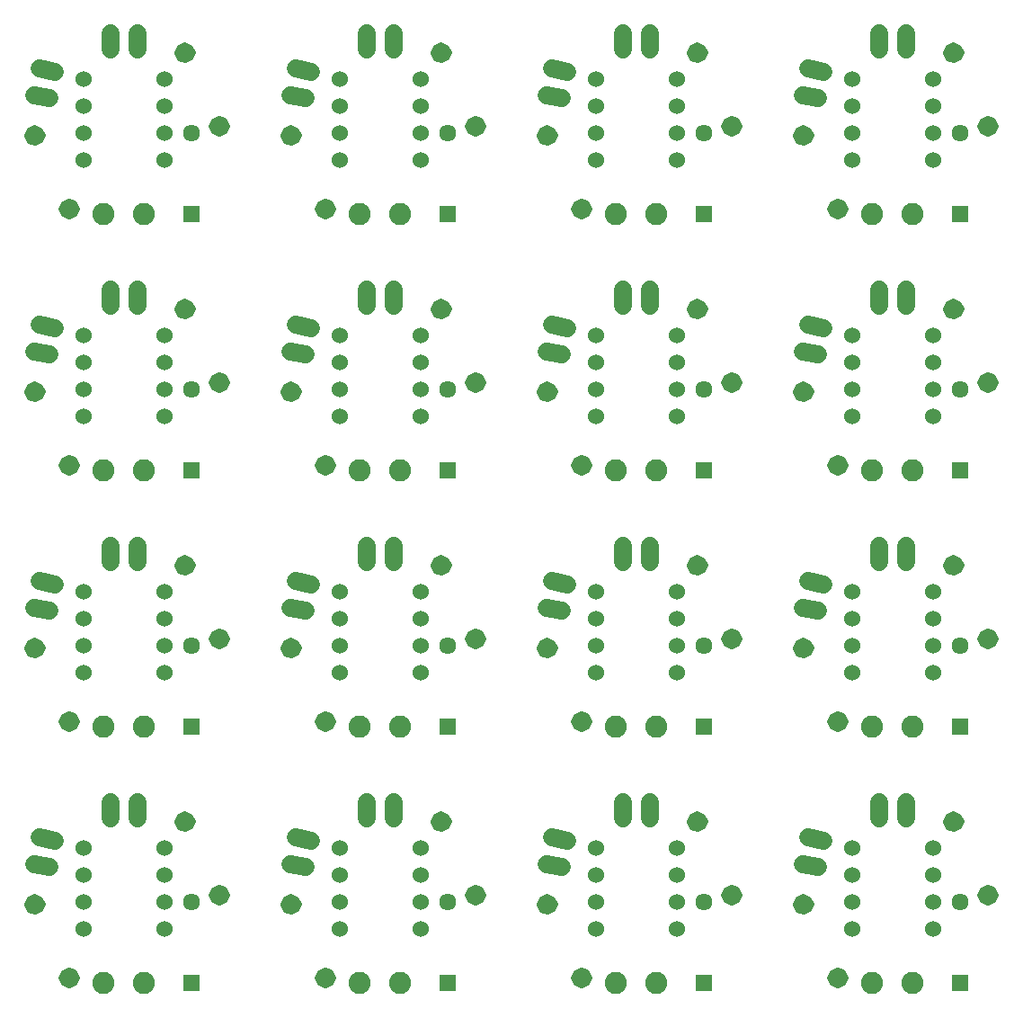
<source format=gts>
G75*
%MOIN*%
%OFA0B0*%
%FSLAX25Y25*%
%IPPOS*%
%LPD*%
%AMOC8*
5,1,8,0,0,1.08239X$1,22.5*
%
%ADD10C,0.06000*%
%ADD11C,0.01480*%
%ADD12C,0.08200*%
%ADD13C,0.06737*%
%ADD14C,0.06343*%
%ADD15R,0.06343X0.06343*%
D10*
X0029487Y0033798D03*
X0029487Y0043798D03*
X0029487Y0053798D03*
X0029487Y0063798D03*
X0059487Y0063798D03*
X0059487Y0053798D03*
X0059487Y0043798D03*
X0059487Y0033798D03*
X0124487Y0033798D03*
X0124487Y0043798D03*
X0124487Y0053798D03*
X0124487Y0063798D03*
X0154487Y0063798D03*
X0154487Y0053798D03*
X0154487Y0043798D03*
X0154487Y0033798D03*
X0219487Y0033798D03*
X0219487Y0043798D03*
X0219487Y0053798D03*
X0219487Y0063798D03*
X0249487Y0063798D03*
X0249487Y0053798D03*
X0249487Y0043798D03*
X0249487Y0033798D03*
X0314487Y0033798D03*
X0314487Y0043798D03*
X0314487Y0053798D03*
X0314487Y0063798D03*
X0344487Y0063798D03*
X0344487Y0053798D03*
X0344487Y0043798D03*
X0344487Y0033798D03*
X0344487Y0128798D03*
X0344487Y0138798D03*
X0344487Y0148798D03*
X0344487Y0158798D03*
X0314487Y0158798D03*
X0314487Y0148798D03*
X0314487Y0138798D03*
X0314487Y0128798D03*
X0249487Y0128798D03*
X0249487Y0138798D03*
X0249487Y0148798D03*
X0249487Y0158798D03*
X0219487Y0158798D03*
X0219487Y0148798D03*
X0219487Y0138798D03*
X0219487Y0128798D03*
X0154487Y0128798D03*
X0154487Y0138798D03*
X0154487Y0148798D03*
X0154487Y0158798D03*
X0124487Y0158798D03*
X0124487Y0148798D03*
X0124487Y0138798D03*
X0124487Y0128798D03*
X0059487Y0128798D03*
X0059487Y0138798D03*
X0059487Y0148798D03*
X0059487Y0158798D03*
X0029487Y0158798D03*
X0029487Y0148798D03*
X0029487Y0138798D03*
X0029487Y0128798D03*
X0029487Y0223798D03*
X0029487Y0233798D03*
X0029487Y0243798D03*
X0029487Y0253798D03*
X0059487Y0253798D03*
X0059487Y0243798D03*
X0059487Y0233798D03*
X0059487Y0223798D03*
X0124487Y0223798D03*
X0124487Y0233798D03*
X0124487Y0243798D03*
X0124487Y0253798D03*
X0154487Y0253798D03*
X0154487Y0243798D03*
X0154487Y0233798D03*
X0154487Y0223798D03*
X0219487Y0223798D03*
X0219487Y0233798D03*
X0219487Y0243798D03*
X0219487Y0253798D03*
X0249487Y0253798D03*
X0249487Y0243798D03*
X0249487Y0233798D03*
X0249487Y0223798D03*
X0314487Y0223798D03*
X0314487Y0233798D03*
X0314487Y0243798D03*
X0314487Y0253798D03*
X0344487Y0253798D03*
X0344487Y0243798D03*
X0344487Y0233798D03*
X0344487Y0223798D03*
X0344487Y0318798D03*
X0344487Y0328798D03*
X0344487Y0338798D03*
X0344487Y0348798D03*
X0314487Y0348798D03*
X0314487Y0338798D03*
X0314487Y0328798D03*
X0314487Y0318798D03*
X0249487Y0318798D03*
X0249487Y0328798D03*
X0249487Y0338798D03*
X0249487Y0348798D03*
X0219487Y0348798D03*
X0219487Y0338798D03*
X0219487Y0328798D03*
X0219487Y0318798D03*
X0154487Y0318798D03*
X0154487Y0328798D03*
X0154487Y0338798D03*
X0154487Y0348798D03*
X0124487Y0348798D03*
X0124487Y0338798D03*
X0124487Y0328798D03*
X0124487Y0318798D03*
X0059487Y0318798D03*
X0059487Y0328798D03*
X0059487Y0338798D03*
X0059487Y0348798D03*
X0029487Y0348798D03*
X0029487Y0338798D03*
X0029487Y0328798D03*
X0029487Y0318798D03*
D11*
X0024847Y0018093D02*
X0024107Y0018833D01*
X0026410Y0017995D01*
X0027446Y0015772D01*
X0026608Y0013469D01*
X0024385Y0012433D01*
X0022082Y0013271D01*
X0021046Y0015494D01*
X0021884Y0017797D01*
X0024107Y0018833D01*
X0024159Y0017633D01*
X0025598Y0017109D01*
X0026246Y0015720D01*
X0025722Y0014281D01*
X0024333Y0013633D01*
X0022894Y0014157D01*
X0022246Y0015546D01*
X0022770Y0016985D01*
X0024159Y0017633D01*
X0024211Y0016432D01*
X0024787Y0016223D01*
X0025045Y0015668D01*
X0024836Y0015092D01*
X0024281Y0014834D01*
X0023705Y0015043D01*
X0023447Y0015598D01*
X0023656Y0016174D01*
X0024211Y0016432D01*
X0012169Y0045282D02*
X0011429Y0046022D01*
X0013732Y0045184D01*
X0014768Y0042961D01*
X0013930Y0040658D01*
X0011707Y0039622D01*
X0009404Y0040460D01*
X0008368Y0042683D01*
X0009206Y0044986D01*
X0011429Y0046022D01*
X0011481Y0044822D01*
X0012920Y0044298D01*
X0013568Y0042909D01*
X0013044Y0041470D01*
X0011655Y0040822D01*
X0010216Y0041346D01*
X0009568Y0042735D01*
X0010092Y0044174D01*
X0011481Y0044822D01*
X0011533Y0043621D01*
X0012109Y0043412D01*
X0012367Y0042857D01*
X0012158Y0042281D01*
X0011603Y0042023D01*
X0011027Y0042232D01*
X0010769Y0042787D01*
X0010978Y0043363D01*
X0011533Y0043621D01*
X0067847Y0075903D02*
X0067107Y0076643D01*
X0069410Y0075805D01*
X0070446Y0073582D01*
X0069608Y0071279D01*
X0067385Y0070243D01*
X0065082Y0071081D01*
X0064046Y0073304D01*
X0064884Y0075607D01*
X0067107Y0076643D01*
X0067159Y0075443D01*
X0068598Y0074919D01*
X0069246Y0073530D01*
X0068722Y0072091D01*
X0067333Y0071443D01*
X0065894Y0071967D01*
X0065246Y0073356D01*
X0065770Y0074795D01*
X0067159Y0075443D01*
X0067211Y0074242D01*
X0067787Y0074033D01*
X0068045Y0073478D01*
X0067836Y0072902D01*
X0067281Y0072644D01*
X0066705Y0072853D01*
X0066447Y0073408D01*
X0066656Y0073984D01*
X0067211Y0074242D01*
X0080525Y0048714D02*
X0079785Y0049454D01*
X0082088Y0048616D01*
X0083124Y0046393D01*
X0082286Y0044090D01*
X0080063Y0043054D01*
X0077760Y0043892D01*
X0076724Y0046115D01*
X0077562Y0048418D01*
X0079785Y0049454D01*
X0079837Y0048254D01*
X0081276Y0047730D01*
X0081924Y0046341D01*
X0081400Y0044902D01*
X0080011Y0044254D01*
X0078572Y0044778D01*
X0077924Y0046167D01*
X0078448Y0047606D01*
X0079837Y0048254D01*
X0079889Y0047053D01*
X0080465Y0046844D01*
X0080723Y0046289D01*
X0080514Y0045713D01*
X0079959Y0045455D01*
X0079383Y0045664D01*
X0079125Y0046219D01*
X0079334Y0046795D01*
X0079889Y0047053D01*
X0107169Y0045282D02*
X0106429Y0046022D01*
X0108732Y0045184D01*
X0109768Y0042961D01*
X0108930Y0040658D01*
X0106707Y0039622D01*
X0104404Y0040460D01*
X0103368Y0042683D01*
X0104206Y0044986D01*
X0106429Y0046022D01*
X0106481Y0044822D01*
X0107920Y0044298D01*
X0108568Y0042909D01*
X0108044Y0041470D01*
X0106655Y0040822D01*
X0105216Y0041346D01*
X0104568Y0042735D01*
X0105092Y0044174D01*
X0106481Y0044822D01*
X0106533Y0043621D01*
X0107109Y0043412D01*
X0107367Y0042857D01*
X0107158Y0042281D01*
X0106603Y0042023D01*
X0106027Y0042232D01*
X0105769Y0042787D01*
X0105978Y0043363D01*
X0106533Y0043621D01*
X0119847Y0018093D02*
X0119107Y0018833D01*
X0121410Y0017995D01*
X0122446Y0015772D01*
X0121608Y0013469D01*
X0119385Y0012433D01*
X0117082Y0013271D01*
X0116046Y0015494D01*
X0116884Y0017797D01*
X0119107Y0018833D01*
X0119159Y0017633D01*
X0120598Y0017109D01*
X0121246Y0015720D01*
X0120722Y0014281D01*
X0119333Y0013633D01*
X0117894Y0014157D01*
X0117246Y0015546D01*
X0117770Y0016985D01*
X0119159Y0017633D01*
X0119211Y0016432D01*
X0119787Y0016223D01*
X0120045Y0015668D01*
X0119836Y0015092D01*
X0119281Y0014834D01*
X0118705Y0015043D01*
X0118447Y0015598D01*
X0118656Y0016174D01*
X0119211Y0016432D01*
X0175525Y0048714D02*
X0174785Y0049454D01*
X0177088Y0048616D01*
X0178124Y0046393D01*
X0177286Y0044090D01*
X0175063Y0043054D01*
X0172760Y0043892D01*
X0171724Y0046115D01*
X0172562Y0048418D01*
X0174785Y0049454D01*
X0174837Y0048254D01*
X0176276Y0047730D01*
X0176924Y0046341D01*
X0176400Y0044902D01*
X0175011Y0044254D01*
X0173572Y0044778D01*
X0172924Y0046167D01*
X0173448Y0047606D01*
X0174837Y0048254D01*
X0174889Y0047053D01*
X0175465Y0046844D01*
X0175723Y0046289D01*
X0175514Y0045713D01*
X0174959Y0045455D01*
X0174383Y0045664D01*
X0174125Y0046219D01*
X0174334Y0046795D01*
X0174889Y0047053D01*
X0202169Y0045282D02*
X0201429Y0046022D01*
X0203732Y0045184D01*
X0204768Y0042961D01*
X0203930Y0040658D01*
X0201707Y0039622D01*
X0199404Y0040460D01*
X0198368Y0042683D01*
X0199206Y0044986D01*
X0201429Y0046022D01*
X0201481Y0044822D01*
X0202920Y0044298D01*
X0203568Y0042909D01*
X0203044Y0041470D01*
X0201655Y0040822D01*
X0200216Y0041346D01*
X0199568Y0042735D01*
X0200092Y0044174D01*
X0201481Y0044822D01*
X0201533Y0043621D01*
X0202109Y0043412D01*
X0202367Y0042857D01*
X0202158Y0042281D01*
X0201603Y0042023D01*
X0201027Y0042232D01*
X0200769Y0042787D01*
X0200978Y0043363D01*
X0201533Y0043621D01*
X0214847Y0018093D02*
X0214107Y0018833D01*
X0216410Y0017995D01*
X0217446Y0015772D01*
X0216608Y0013469D01*
X0214385Y0012433D01*
X0212082Y0013271D01*
X0211046Y0015494D01*
X0211884Y0017797D01*
X0214107Y0018833D01*
X0214159Y0017633D01*
X0215598Y0017109D01*
X0216246Y0015720D01*
X0215722Y0014281D01*
X0214333Y0013633D01*
X0212894Y0014157D01*
X0212246Y0015546D01*
X0212770Y0016985D01*
X0214159Y0017633D01*
X0214211Y0016432D01*
X0214787Y0016223D01*
X0215045Y0015668D01*
X0214836Y0015092D01*
X0214281Y0014834D01*
X0213705Y0015043D01*
X0213447Y0015598D01*
X0213656Y0016174D01*
X0214211Y0016432D01*
X0270525Y0048714D02*
X0269785Y0049454D01*
X0272088Y0048616D01*
X0273124Y0046393D01*
X0272286Y0044090D01*
X0270063Y0043054D01*
X0267760Y0043892D01*
X0266724Y0046115D01*
X0267562Y0048418D01*
X0269785Y0049454D01*
X0269837Y0048254D01*
X0271276Y0047730D01*
X0271924Y0046341D01*
X0271400Y0044902D01*
X0270011Y0044254D01*
X0268572Y0044778D01*
X0267924Y0046167D01*
X0268448Y0047606D01*
X0269837Y0048254D01*
X0269889Y0047053D01*
X0270465Y0046844D01*
X0270723Y0046289D01*
X0270514Y0045713D01*
X0269959Y0045455D01*
X0269383Y0045664D01*
X0269125Y0046219D01*
X0269334Y0046795D01*
X0269889Y0047053D01*
X0297169Y0045282D02*
X0296429Y0046022D01*
X0298732Y0045184D01*
X0299768Y0042961D01*
X0298930Y0040658D01*
X0296707Y0039622D01*
X0294404Y0040460D01*
X0293368Y0042683D01*
X0294206Y0044986D01*
X0296429Y0046022D01*
X0296481Y0044822D01*
X0297920Y0044298D01*
X0298568Y0042909D01*
X0298044Y0041470D01*
X0296655Y0040822D01*
X0295216Y0041346D01*
X0294568Y0042735D01*
X0295092Y0044174D01*
X0296481Y0044822D01*
X0296533Y0043621D01*
X0297109Y0043412D01*
X0297367Y0042857D01*
X0297158Y0042281D01*
X0296603Y0042023D01*
X0296027Y0042232D01*
X0295769Y0042787D01*
X0295978Y0043363D01*
X0296533Y0043621D01*
X0309847Y0018093D02*
X0309107Y0018833D01*
X0311410Y0017995D01*
X0312446Y0015772D01*
X0311608Y0013469D01*
X0309385Y0012433D01*
X0307082Y0013271D01*
X0306046Y0015494D01*
X0306884Y0017797D01*
X0309107Y0018833D01*
X0309159Y0017633D01*
X0310598Y0017109D01*
X0311246Y0015720D01*
X0310722Y0014281D01*
X0309333Y0013633D01*
X0307894Y0014157D01*
X0307246Y0015546D01*
X0307770Y0016985D01*
X0309159Y0017633D01*
X0309211Y0016432D01*
X0309787Y0016223D01*
X0310045Y0015668D01*
X0309836Y0015092D01*
X0309281Y0014834D01*
X0308705Y0015043D01*
X0308447Y0015598D01*
X0308656Y0016174D01*
X0309211Y0016432D01*
X0365525Y0048714D02*
X0364785Y0049454D01*
X0367088Y0048616D01*
X0368124Y0046393D01*
X0367286Y0044090D01*
X0365063Y0043054D01*
X0362760Y0043892D01*
X0361724Y0046115D01*
X0362562Y0048418D01*
X0364785Y0049454D01*
X0364837Y0048254D01*
X0366276Y0047730D01*
X0366924Y0046341D01*
X0366400Y0044902D01*
X0365011Y0044254D01*
X0363572Y0044778D01*
X0362924Y0046167D01*
X0363448Y0047606D01*
X0364837Y0048254D01*
X0364889Y0047053D01*
X0365465Y0046844D01*
X0365723Y0046289D01*
X0365514Y0045713D01*
X0364959Y0045455D01*
X0364383Y0045664D01*
X0364125Y0046219D01*
X0364334Y0046795D01*
X0364889Y0047053D01*
X0352847Y0075903D02*
X0352107Y0076643D01*
X0354410Y0075805D01*
X0355446Y0073582D01*
X0354608Y0071279D01*
X0352385Y0070243D01*
X0350082Y0071081D01*
X0349046Y0073304D01*
X0349884Y0075607D01*
X0352107Y0076643D01*
X0352159Y0075443D01*
X0353598Y0074919D01*
X0354246Y0073530D01*
X0353722Y0072091D01*
X0352333Y0071443D01*
X0350894Y0071967D01*
X0350246Y0073356D01*
X0350770Y0074795D01*
X0352159Y0075443D01*
X0352211Y0074242D01*
X0352787Y0074033D01*
X0353045Y0073478D01*
X0352836Y0072902D01*
X0352281Y0072644D01*
X0351705Y0072853D01*
X0351447Y0073408D01*
X0351656Y0073984D01*
X0352211Y0074242D01*
X0309847Y0113093D02*
X0309107Y0113833D01*
X0311410Y0112995D01*
X0312446Y0110772D01*
X0311608Y0108469D01*
X0309385Y0107433D01*
X0307082Y0108271D01*
X0306046Y0110494D01*
X0306884Y0112797D01*
X0309107Y0113833D01*
X0309159Y0112633D01*
X0310598Y0112109D01*
X0311246Y0110720D01*
X0310722Y0109281D01*
X0309333Y0108633D01*
X0307894Y0109157D01*
X0307246Y0110546D01*
X0307770Y0111985D01*
X0309159Y0112633D01*
X0309211Y0111432D01*
X0309787Y0111223D01*
X0310045Y0110668D01*
X0309836Y0110092D01*
X0309281Y0109834D01*
X0308705Y0110043D01*
X0308447Y0110598D01*
X0308656Y0111174D01*
X0309211Y0111432D01*
X0297169Y0140282D02*
X0296429Y0141022D01*
X0298732Y0140184D01*
X0299768Y0137961D01*
X0298930Y0135658D01*
X0296707Y0134622D01*
X0294404Y0135460D01*
X0293368Y0137683D01*
X0294206Y0139986D01*
X0296429Y0141022D01*
X0296481Y0139822D01*
X0297920Y0139298D01*
X0298568Y0137909D01*
X0298044Y0136470D01*
X0296655Y0135822D01*
X0295216Y0136346D01*
X0294568Y0137735D01*
X0295092Y0139174D01*
X0296481Y0139822D01*
X0296533Y0138621D01*
X0297109Y0138412D01*
X0297367Y0137857D01*
X0297158Y0137281D01*
X0296603Y0137023D01*
X0296027Y0137232D01*
X0295769Y0137787D01*
X0295978Y0138363D01*
X0296533Y0138621D01*
X0270525Y0143714D02*
X0269785Y0144454D01*
X0272088Y0143616D01*
X0273124Y0141393D01*
X0272286Y0139090D01*
X0270063Y0138054D01*
X0267760Y0138892D01*
X0266724Y0141115D01*
X0267562Y0143418D01*
X0269785Y0144454D01*
X0269837Y0143254D01*
X0271276Y0142730D01*
X0271924Y0141341D01*
X0271400Y0139902D01*
X0270011Y0139254D01*
X0268572Y0139778D01*
X0267924Y0141167D01*
X0268448Y0142606D01*
X0269837Y0143254D01*
X0269889Y0142053D01*
X0270465Y0141844D01*
X0270723Y0141289D01*
X0270514Y0140713D01*
X0269959Y0140455D01*
X0269383Y0140664D01*
X0269125Y0141219D01*
X0269334Y0141795D01*
X0269889Y0142053D01*
X0257847Y0170903D02*
X0257107Y0171643D01*
X0259410Y0170805D01*
X0260446Y0168582D01*
X0259608Y0166279D01*
X0257385Y0165243D01*
X0255082Y0166081D01*
X0254046Y0168304D01*
X0254884Y0170607D01*
X0257107Y0171643D01*
X0257159Y0170443D01*
X0258598Y0169919D01*
X0259246Y0168530D01*
X0258722Y0167091D01*
X0257333Y0166443D01*
X0255894Y0166967D01*
X0255246Y0168356D01*
X0255770Y0169795D01*
X0257159Y0170443D01*
X0257211Y0169242D01*
X0257787Y0169033D01*
X0258045Y0168478D01*
X0257836Y0167902D01*
X0257281Y0167644D01*
X0256705Y0167853D01*
X0256447Y0168408D01*
X0256656Y0168984D01*
X0257211Y0169242D01*
X0214847Y0208093D02*
X0214107Y0208833D01*
X0216410Y0207995D01*
X0217446Y0205772D01*
X0216608Y0203469D01*
X0214385Y0202433D01*
X0212082Y0203271D01*
X0211046Y0205494D01*
X0211884Y0207797D01*
X0214107Y0208833D01*
X0214159Y0207633D01*
X0215598Y0207109D01*
X0216246Y0205720D01*
X0215722Y0204281D01*
X0214333Y0203633D01*
X0212894Y0204157D01*
X0212246Y0205546D01*
X0212770Y0206985D01*
X0214159Y0207633D01*
X0214211Y0206432D01*
X0214787Y0206223D01*
X0215045Y0205668D01*
X0214836Y0205092D01*
X0214281Y0204834D01*
X0213705Y0205043D01*
X0213447Y0205598D01*
X0213656Y0206174D01*
X0214211Y0206432D01*
X0202169Y0235282D02*
X0201429Y0236022D01*
X0203732Y0235184D01*
X0204768Y0232961D01*
X0203930Y0230658D01*
X0201707Y0229622D01*
X0199404Y0230460D01*
X0198368Y0232683D01*
X0199206Y0234986D01*
X0201429Y0236022D01*
X0201481Y0234822D01*
X0202920Y0234298D01*
X0203568Y0232909D01*
X0203044Y0231470D01*
X0201655Y0230822D01*
X0200216Y0231346D01*
X0199568Y0232735D01*
X0200092Y0234174D01*
X0201481Y0234822D01*
X0201533Y0233621D01*
X0202109Y0233412D01*
X0202367Y0232857D01*
X0202158Y0232281D01*
X0201603Y0232023D01*
X0201027Y0232232D01*
X0200769Y0232787D01*
X0200978Y0233363D01*
X0201533Y0233621D01*
X0175525Y0238714D02*
X0174785Y0239454D01*
X0177088Y0238616D01*
X0178124Y0236393D01*
X0177286Y0234090D01*
X0175063Y0233054D01*
X0172760Y0233892D01*
X0171724Y0236115D01*
X0172562Y0238418D01*
X0174785Y0239454D01*
X0174837Y0238254D01*
X0176276Y0237730D01*
X0176924Y0236341D01*
X0176400Y0234902D01*
X0175011Y0234254D01*
X0173572Y0234778D01*
X0172924Y0236167D01*
X0173448Y0237606D01*
X0174837Y0238254D01*
X0174889Y0237053D01*
X0175465Y0236844D01*
X0175723Y0236289D01*
X0175514Y0235713D01*
X0174959Y0235455D01*
X0174383Y0235664D01*
X0174125Y0236219D01*
X0174334Y0236795D01*
X0174889Y0237053D01*
X0162847Y0265903D02*
X0162107Y0266643D01*
X0164410Y0265805D01*
X0165446Y0263582D01*
X0164608Y0261279D01*
X0162385Y0260243D01*
X0160082Y0261081D01*
X0159046Y0263304D01*
X0159884Y0265607D01*
X0162107Y0266643D01*
X0162159Y0265443D01*
X0163598Y0264919D01*
X0164246Y0263530D01*
X0163722Y0262091D01*
X0162333Y0261443D01*
X0160894Y0261967D01*
X0160246Y0263356D01*
X0160770Y0264795D01*
X0162159Y0265443D01*
X0162211Y0264242D01*
X0162787Y0264033D01*
X0163045Y0263478D01*
X0162836Y0262902D01*
X0162281Y0262644D01*
X0161705Y0262853D01*
X0161447Y0263408D01*
X0161656Y0263984D01*
X0162211Y0264242D01*
X0119847Y0303093D02*
X0119107Y0303833D01*
X0121410Y0302995D01*
X0122446Y0300772D01*
X0121608Y0298469D01*
X0119385Y0297433D01*
X0117082Y0298271D01*
X0116046Y0300494D01*
X0116884Y0302797D01*
X0119107Y0303833D01*
X0119159Y0302633D01*
X0120598Y0302109D01*
X0121246Y0300720D01*
X0120722Y0299281D01*
X0119333Y0298633D01*
X0117894Y0299157D01*
X0117246Y0300546D01*
X0117770Y0301985D01*
X0119159Y0302633D01*
X0119211Y0301432D01*
X0119787Y0301223D01*
X0120045Y0300668D01*
X0119836Y0300092D01*
X0119281Y0299834D01*
X0118705Y0300043D01*
X0118447Y0300598D01*
X0118656Y0301174D01*
X0119211Y0301432D01*
X0107169Y0330282D02*
X0106429Y0331022D01*
X0108732Y0330184D01*
X0109768Y0327961D01*
X0108930Y0325658D01*
X0106707Y0324622D01*
X0104404Y0325460D01*
X0103368Y0327683D01*
X0104206Y0329986D01*
X0106429Y0331022D01*
X0106481Y0329822D01*
X0107920Y0329298D01*
X0108568Y0327909D01*
X0108044Y0326470D01*
X0106655Y0325822D01*
X0105216Y0326346D01*
X0104568Y0327735D01*
X0105092Y0329174D01*
X0106481Y0329822D01*
X0106533Y0328621D01*
X0107109Y0328412D01*
X0107367Y0327857D01*
X0107158Y0327281D01*
X0106603Y0327023D01*
X0106027Y0327232D01*
X0105769Y0327787D01*
X0105978Y0328363D01*
X0106533Y0328621D01*
X0080525Y0333714D02*
X0079785Y0334454D01*
X0082088Y0333616D01*
X0083124Y0331393D01*
X0082286Y0329090D01*
X0080063Y0328054D01*
X0077760Y0328892D01*
X0076724Y0331115D01*
X0077562Y0333418D01*
X0079785Y0334454D01*
X0079837Y0333254D01*
X0081276Y0332730D01*
X0081924Y0331341D01*
X0081400Y0329902D01*
X0080011Y0329254D01*
X0078572Y0329778D01*
X0077924Y0331167D01*
X0078448Y0332606D01*
X0079837Y0333254D01*
X0079889Y0332053D01*
X0080465Y0331844D01*
X0080723Y0331289D01*
X0080514Y0330713D01*
X0079959Y0330455D01*
X0079383Y0330664D01*
X0079125Y0331219D01*
X0079334Y0331795D01*
X0079889Y0332053D01*
X0067847Y0360903D02*
X0067107Y0361643D01*
X0069410Y0360805D01*
X0070446Y0358582D01*
X0069608Y0356279D01*
X0067385Y0355243D01*
X0065082Y0356081D01*
X0064046Y0358304D01*
X0064884Y0360607D01*
X0067107Y0361643D01*
X0067159Y0360443D01*
X0068598Y0359919D01*
X0069246Y0358530D01*
X0068722Y0357091D01*
X0067333Y0356443D01*
X0065894Y0356967D01*
X0065246Y0358356D01*
X0065770Y0359795D01*
X0067159Y0360443D01*
X0067211Y0359242D01*
X0067787Y0359033D01*
X0068045Y0358478D01*
X0067836Y0357902D01*
X0067281Y0357644D01*
X0066705Y0357853D01*
X0066447Y0358408D01*
X0066656Y0358984D01*
X0067211Y0359242D01*
X0012169Y0330282D02*
X0011429Y0331022D01*
X0013732Y0330184D01*
X0014768Y0327961D01*
X0013930Y0325658D01*
X0011707Y0324622D01*
X0009404Y0325460D01*
X0008368Y0327683D01*
X0009206Y0329986D01*
X0011429Y0331022D01*
X0011481Y0329822D01*
X0012920Y0329298D01*
X0013568Y0327909D01*
X0013044Y0326470D01*
X0011655Y0325822D01*
X0010216Y0326346D01*
X0009568Y0327735D01*
X0010092Y0329174D01*
X0011481Y0329822D01*
X0011533Y0328621D01*
X0012109Y0328412D01*
X0012367Y0327857D01*
X0012158Y0327281D01*
X0011603Y0327023D01*
X0011027Y0327232D01*
X0010769Y0327787D01*
X0010978Y0328363D01*
X0011533Y0328621D01*
X0024847Y0303093D02*
X0024107Y0303833D01*
X0026410Y0302995D01*
X0027446Y0300772D01*
X0026608Y0298469D01*
X0024385Y0297433D01*
X0022082Y0298271D01*
X0021046Y0300494D01*
X0021884Y0302797D01*
X0024107Y0303833D01*
X0024159Y0302633D01*
X0025598Y0302109D01*
X0026246Y0300720D01*
X0025722Y0299281D01*
X0024333Y0298633D01*
X0022894Y0299157D01*
X0022246Y0300546D01*
X0022770Y0301985D01*
X0024159Y0302633D01*
X0024211Y0301432D01*
X0024787Y0301223D01*
X0025045Y0300668D01*
X0024836Y0300092D01*
X0024281Y0299834D01*
X0023705Y0300043D01*
X0023447Y0300598D01*
X0023656Y0301174D01*
X0024211Y0301432D01*
X0067847Y0265903D02*
X0067107Y0266643D01*
X0069410Y0265805D01*
X0070446Y0263582D01*
X0069608Y0261279D01*
X0067385Y0260243D01*
X0065082Y0261081D01*
X0064046Y0263304D01*
X0064884Y0265607D01*
X0067107Y0266643D01*
X0067159Y0265443D01*
X0068598Y0264919D01*
X0069246Y0263530D01*
X0068722Y0262091D01*
X0067333Y0261443D01*
X0065894Y0261967D01*
X0065246Y0263356D01*
X0065770Y0264795D01*
X0067159Y0265443D01*
X0067211Y0264242D01*
X0067787Y0264033D01*
X0068045Y0263478D01*
X0067836Y0262902D01*
X0067281Y0262644D01*
X0066705Y0262853D01*
X0066447Y0263408D01*
X0066656Y0263984D01*
X0067211Y0264242D01*
X0080525Y0238714D02*
X0079785Y0239454D01*
X0082088Y0238616D01*
X0083124Y0236393D01*
X0082286Y0234090D01*
X0080063Y0233054D01*
X0077760Y0233892D01*
X0076724Y0236115D01*
X0077562Y0238418D01*
X0079785Y0239454D01*
X0079837Y0238254D01*
X0081276Y0237730D01*
X0081924Y0236341D01*
X0081400Y0234902D01*
X0080011Y0234254D01*
X0078572Y0234778D01*
X0077924Y0236167D01*
X0078448Y0237606D01*
X0079837Y0238254D01*
X0079889Y0237053D01*
X0080465Y0236844D01*
X0080723Y0236289D01*
X0080514Y0235713D01*
X0079959Y0235455D01*
X0079383Y0235664D01*
X0079125Y0236219D01*
X0079334Y0236795D01*
X0079889Y0237053D01*
X0107169Y0235282D02*
X0106429Y0236022D01*
X0108732Y0235184D01*
X0109768Y0232961D01*
X0108930Y0230658D01*
X0106707Y0229622D01*
X0104404Y0230460D01*
X0103368Y0232683D01*
X0104206Y0234986D01*
X0106429Y0236022D01*
X0106481Y0234822D01*
X0107920Y0234298D01*
X0108568Y0232909D01*
X0108044Y0231470D01*
X0106655Y0230822D01*
X0105216Y0231346D01*
X0104568Y0232735D01*
X0105092Y0234174D01*
X0106481Y0234822D01*
X0106533Y0233621D01*
X0107109Y0233412D01*
X0107367Y0232857D01*
X0107158Y0232281D01*
X0106603Y0232023D01*
X0106027Y0232232D01*
X0105769Y0232787D01*
X0105978Y0233363D01*
X0106533Y0233621D01*
X0119847Y0208093D02*
X0119107Y0208833D01*
X0121410Y0207995D01*
X0122446Y0205772D01*
X0121608Y0203469D01*
X0119385Y0202433D01*
X0117082Y0203271D01*
X0116046Y0205494D01*
X0116884Y0207797D01*
X0119107Y0208833D01*
X0119159Y0207633D01*
X0120598Y0207109D01*
X0121246Y0205720D01*
X0120722Y0204281D01*
X0119333Y0203633D01*
X0117894Y0204157D01*
X0117246Y0205546D01*
X0117770Y0206985D01*
X0119159Y0207633D01*
X0119211Y0206432D01*
X0119787Y0206223D01*
X0120045Y0205668D01*
X0119836Y0205092D01*
X0119281Y0204834D01*
X0118705Y0205043D01*
X0118447Y0205598D01*
X0118656Y0206174D01*
X0119211Y0206432D01*
X0162847Y0170903D02*
X0162107Y0171643D01*
X0164410Y0170805D01*
X0165446Y0168582D01*
X0164608Y0166279D01*
X0162385Y0165243D01*
X0160082Y0166081D01*
X0159046Y0168304D01*
X0159884Y0170607D01*
X0162107Y0171643D01*
X0162159Y0170443D01*
X0163598Y0169919D01*
X0164246Y0168530D01*
X0163722Y0167091D01*
X0162333Y0166443D01*
X0160894Y0166967D01*
X0160246Y0168356D01*
X0160770Y0169795D01*
X0162159Y0170443D01*
X0162211Y0169242D01*
X0162787Y0169033D01*
X0163045Y0168478D01*
X0162836Y0167902D01*
X0162281Y0167644D01*
X0161705Y0167853D01*
X0161447Y0168408D01*
X0161656Y0168984D01*
X0162211Y0169242D01*
X0175525Y0143714D02*
X0174785Y0144454D01*
X0177088Y0143616D01*
X0178124Y0141393D01*
X0177286Y0139090D01*
X0175063Y0138054D01*
X0172760Y0138892D01*
X0171724Y0141115D01*
X0172562Y0143418D01*
X0174785Y0144454D01*
X0174837Y0143254D01*
X0176276Y0142730D01*
X0176924Y0141341D01*
X0176400Y0139902D01*
X0175011Y0139254D01*
X0173572Y0139778D01*
X0172924Y0141167D01*
X0173448Y0142606D01*
X0174837Y0143254D01*
X0174889Y0142053D01*
X0175465Y0141844D01*
X0175723Y0141289D01*
X0175514Y0140713D01*
X0174959Y0140455D01*
X0174383Y0140664D01*
X0174125Y0141219D01*
X0174334Y0141795D01*
X0174889Y0142053D01*
X0202169Y0140282D02*
X0201429Y0141022D01*
X0203732Y0140184D01*
X0204768Y0137961D01*
X0203930Y0135658D01*
X0201707Y0134622D01*
X0199404Y0135460D01*
X0198368Y0137683D01*
X0199206Y0139986D01*
X0201429Y0141022D01*
X0201481Y0139822D01*
X0202920Y0139298D01*
X0203568Y0137909D01*
X0203044Y0136470D01*
X0201655Y0135822D01*
X0200216Y0136346D01*
X0199568Y0137735D01*
X0200092Y0139174D01*
X0201481Y0139822D01*
X0201533Y0138621D01*
X0202109Y0138412D01*
X0202367Y0137857D01*
X0202158Y0137281D01*
X0201603Y0137023D01*
X0201027Y0137232D01*
X0200769Y0137787D01*
X0200978Y0138363D01*
X0201533Y0138621D01*
X0214847Y0113093D02*
X0214107Y0113833D01*
X0216410Y0112995D01*
X0217446Y0110772D01*
X0216608Y0108469D01*
X0214385Y0107433D01*
X0212082Y0108271D01*
X0211046Y0110494D01*
X0211884Y0112797D01*
X0214107Y0113833D01*
X0214159Y0112633D01*
X0215598Y0112109D01*
X0216246Y0110720D01*
X0215722Y0109281D01*
X0214333Y0108633D01*
X0212894Y0109157D01*
X0212246Y0110546D01*
X0212770Y0111985D01*
X0214159Y0112633D01*
X0214211Y0111432D01*
X0214787Y0111223D01*
X0215045Y0110668D01*
X0214836Y0110092D01*
X0214281Y0109834D01*
X0213705Y0110043D01*
X0213447Y0110598D01*
X0213656Y0111174D01*
X0214211Y0111432D01*
X0257847Y0075903D02*
X0257107Y0076643D01*
X0259410Y0075805D01*
X0260446Y0073582D01*
X0259608Y0071279D01*
X0257385Y0070243D01*
X0255082Y0071081D01*
X0254046Y0073304D01*
X0254884Y0075607D01*
X0257107Y0076643D01*
X0257159Y0075443D01*
X0258598Y0074919D01*
X0259246Y0073530D01*
X0258722Y0072091D01*
X0257333Y0071443D01*
X0255894Y0071967D01*
X0255246Y0073356D01*
X0255770Y0074795D01*
X0257159Y0075443D01*
X0257211Y0074242D01*
X0257787Y0074033D01*
X0258045Y0073478D01*
X0257836Y0072902D01*
X0257281Y0072644D01*
X0256705Y0072853D01*
X0256447Y0073408D01*
X0256656Y0073984D01*
X0257211Y0074242D01*
X0162847Y0075903D02*
X0162107Y0076643D01*
X0164410Y0075805D01*
X0165446Y0073582D01*
X0164608Y0071279D01*
X0162385Y0070243D01*
X0160082Y0071081D01*
X0159046Y0073304D01*
X0159884Y0075607D01*
X0162107Y0076643D01*
X0162159Y0075443D01*
X0163598Y0074919D01*
X0164246Y0073530D01*
X0163722Y0072091D01*
X0162333Y0071443D01*
X0160894Y0071967D01*
X0160246Y0073356D01*
X0160770Y0074795D01*
X0162159Y0075443D01*
X0162211Y0074242D01*
X0162787Y0074033D01*
X0163045Y0073478D01*
X0162836Y0072902D01*
X0162281Y0072644D01*
X0161705Y0072853D01*
X0161447Y0073408D01*
X0161656Y0073984D01*
X0162211Y0074242D01*
X0119847Y0113093D02*
X0119107Y0113833D01*
X0121410Y0112995D01*
X0122446Y0110772D01*
X0121608Y0108469D01*
X0119385Y0107433D01*
X0117082Y0108271D01*
X0116046Y0110494D01*
X0116884Y0112797D01*
X0119107Y0113833D01*
X0119159Y0112633D01*
X0120598Y0112109D01*
X0121246Y0110720D01*
X0120722Y0109281D01*
X0119333Y0108633D01*
X0117894Y0109157D01*
X0117246Y0110546D01*
X0117770Y0111985D01*
X0119159Y0112633D01*
X0119211Y0111432D01*
X0119787Y0111223D01*
X0120045Y0110668D01*
X0119836Y0110092D01*
X0119281Y0109834D01*
X0118705Y0110043D01*
X0118447Y0110598D01*
X0118656Y0111174D01*
X0119211Y0111432D01*
X0107169Y0140282D02*
X0106429Y0141022D01*
X0108732Y0140184D01*
X0109768Y0137961D01*
X0108930Y0135658D01*
X0106707Y0134622D01*
X0104404Y0135460D01*
X0103368Y0137683D01*
X0104206Y0139986D01*
X0106429Y0141022D01*
X0106481Y0139822D01*
X0107920Y0139298D01*
X0108568Y0137909D01*
X0108044Y0136470D01*
X0106655Y0135822D01*
X0105216Y0136346D01*
X0104568Y0137735D01*
X0105092Y0139174D01*
X0106481Y0139822D01*
X0106533Y0138621D01*
X0107109Y0138412D01*
X0107367Y0137857D01*
X0107158Y0137281D01*
X0106603Y0137023D01*
X0106027Y0137232D01*
X0105769Y0137787D01*
X0105978Y0138363D01*
X0106533Y0138621D01*
X0080525Y0143714D02*
X0079785Y0144454D01*
X0082088Y0143616D01*
X0083124Y0141393D01*
X0082286Y0139090D01*
X0080063Y0138054D01*
X0077760Y0138892D01*
X0076724Y0141115D01*
X0077562Y0143418D01*
X0079785Y0144454D01*
X0079837Y0143254D01*
X0081276Y0142730D01*
X0081924Y0141341D01*
X0081400Y0139902D01*
X0080011Y0139254D01*
X0078572Y0139778D01*
X0077924Y0141167D01*
X0078448Y0142606D01*
X0079837Y0143254D01*
X0079889Y0142053D01*
X0080465Y0141844D01*
X0080723Y0141289D01*
X0080514Y0140713D01*
X0079959Y0140455D01*
X0079383Y0140664D01*
X0079125Y0141219D01*
X0079334Y0141795D01*
X0079889Y0142053D01*
X0067847Y0170903D02*
X0067107Y0171643D01*
X0069410Y0170805D01*
X0070446Y0168582D01*
X0069608Y0166279D01*
X0067385Y0165243D01*
X0065082Y0166081D01*
X0064046Y0168304D01*
X0064884Y0170607D01*
X0067107Y0171643D01*
X0067159Y0170443D01*
X0068598Y0169919D01*
X0069246Y0168530D01*
X0068722Y0167091D01*
X0067333Y0166443D01*
X0065894Y0166967D01*
X0065246Y0168356D01*
X0065770Y0169795D01*
X0067159Y0170443D01*
X0067211Y0169242D01*
X0067787Y0169033D01*
X0068045Y0168478D01*
X0067836Y0167902D01*
X0067281Y0167644D01*
X0066705Y0167853D01*
X0066447Y0168408D01*
X0066656Y0168984D01*
X0067211Y0169242D01*
X0024847Y0208093D02*
X0024107Y0208833D01*
X0026410Y0207995D01*
X0027446Y0205772D01*
X0026608Y0203469D01*
X0024385Y0202433D01*
X0022082Y0203271D01*
X0021046Y0205494D01*
X0021884Y0207797D01*
X0024107Y0208833D01*
X0024159Y0207633D01*
X0025598Y0207109D01*
X0026246Y0205720D01*
X0025722Y0204281D01*
X0024333Y0203633D01*
X0022894Y0204157D01*
X0022246Y0205546D01*
X0022770Y0206985D01*
X0024159Y0207633D01*
X0024211Y0206432D01*
X0024787Y0206223D01*
X0025045Y0205668D01*
X0024836Y0205092D01*
X0024281Y0204834D01*
X0023705Y0205043D01*
X0023447Y0205598D01*
X0023656Y0206174D01*
X0024211Y0206432D01*
X0012169Y0235282D02*
X0011429Y0236022D01*
X0013732Y0235184D01*
X0014768Y0232961D01*
X0013930Y0230658D01*
X0011707Y0229622D01*
X0009404Y0230460D01*
X0008368Y0232683D01*
X0009206Y0234986D01*
X0011429Y0236022D01*
X0011481Y0234822D01*
X0012920Y0234298D01*
X0013568Y0232909D01*
X0013044Y0231470D01*
X0011655Y0230822D01*
X0010216Y0231346D01*
X0009568Y0232735D01*
X0010092Y0234174D01*
X0011481Y0234822D01*
X0011533Y0233621D01*
X0012109Y0233412D01*
X0012367Y0232857D01*
X0012158Y0232281D01*
X0011603Y0232023D01*
X0011027Y0232232D01*
X0010769Y0232787D01*
X0010978Y0233363D01*
X0011533Y0233621D01*
X0012169Y0140282D02*
X0011429Y0141022D01*
X0013732Y0140184D01*
X0014768Y0137961D01*
X0013930Y0135658D01*
X0011707Y0134622D01*
X0009404Y0135460D01*
X0008368Y0137683D01*
X0009206Y0139986D01*
X0011429Y0141022D01*
X0011481Y0139822D01*
X0012920Y0139298D01*
X0013568Y0137909D01*
X0013044Y0136470D01*
X0011655Y0135822D01*
X0010216Y0136346D01*
X0009568Y0137735D01*
X0010092Y0139174D01*
X0011481Y0139822D01*
X0011533Y0138621D01*
X0012109Y0138412D01*
X0012367Y0137857D01*
X0012158Y0137281D01*
X0011603Y0137023D01*
X0011027Y0137232D01*
X0010769Y0137787D01*
X0010978Y0138363D01*
X0011533Y0138621D01*
X0024847Y0113093D02*
X0024107Y0113833D01*
X0026410Y0112995D01*
X0027446Y0110772D01*
X0026608Y0108469D01*
X0024385Y0107433D01*
X0022082Y0108271D01*
X0021046Y0110494D01*
X0021884Y0112797D01*
X0024107Y0113833D01*
X0024159Y0112633D01*
X0025598Y0112109D01*
X0026246Y0110720D01*
X0025722Y0109281D01*
X0024333Y0108633D01*
X0022894Y0109157D01*
X0022246Y0110546D01*
X0022770Y0111985D01*
X0024159Y0112633D01*
X0024211Y0111432D01*
X0024787Y0111223D01*
X0025045Y0110668D01*
X0024836Y0110092D01*
X0024281Y0109834D01*
X0023705Y0110043D01*
X0023447Y0110598D01*
X0023656Y0111174D01*
X0024211Y0111432D01*
X0214847Y0303093D02*
X0214107Y0303833D01*
X0216410Y0302995D01*
X0217446Y0300772D01*
X0216608Y0298469D01*
X0214385Y0297433D01*
X0212082Y0298271D01*
X0211046Y0300494D01*
X0211884Y0302797D01*
X0214107Y0303833D01*
X0214159Y0302633D01*
X0215598Y0302109D01*
X0216246Y0300720D01*
X0215722Y0299281D01*
X0214333Y0298633D01*
X0212894Y0299157D01*
X0212246Y0300546D01*
X0212770Y0301985D01*
X0214159Y0302633D01*
X0214211Y0301432D01*
X0214787Y0301223D01*
X0215045Y0300668D01*
X0214836Y0300092D01*
X0214281Y0299834D01*
X0213705Y0300043D01*
X0213447Y0300598D01*
X0213656Y0301174D01*
X0214211Y0301432D01*
X0202169Y0330282D02*
X0201429Y0331022D01*
X0203732Y0330184D01*
X0204768Y0327961D01*
X0203930Y0325658D01*
X0201707Y0324622D01*
X0199404Y0325460D01*
X0198368Y0327683D01*
X0199206Y0329986D01*
X0201429Y0331022D01*
X0201481Y0329822D01*
X0202920Y0329298D01*
X0203568Y0327909D01*
X0203044Y0326470D01*
X0201655Y0325822D01*
X0200216Y0326346D01*
X0199568Y0327735D01*
X0200092Y0329174D01*
X0201481Y0329822D01*
X0201533Y0328621D01*
X0202109Y0328412D01*
X0202367Y0327857D01*
X0202158Y0327281D01*
X0201603Y0327023D01*
X0201027Y0327232D01*
X0200769Y0327787D01*
X0200978Y0328363D01*
X0201533Y0328621D01*
X0175525Y0333714D02*
X0174785Y0334454D01*
X0177088Y0333616D01*
X0178124Y0331393D01*
X0177286Y0329090D01*
X0175063Y0328054D01*
X0172760Y0328892D01*
X0171724Y0331115D01*
X0172562Y0333418D01*
X0174785Y0334454D01*
X0174837Y0333254D01*
X0176276Y0332730D01*
X0176924Y0331341D01*
X0176400Y0329902D01*
X0175011Y0329254D01*
X0173572Y0329778D01*
X0172924Y0331167D01*
X0173448Y0332606D01*
X0174837Y0333254D01*
X0174889Y0332053D01*
X0175465Y0331844D01*
X0175723Y0331289D01*
X0175514Y0330713D01*
X0174959Y0330455D01*
X0174383Y0330664D01*
X0174125Y0331219D01*
X0174334Y0331795D01*
X0174889Y0332053D01*
X0162847Y0360903D02*
X0162107Y0361643D01*
X0164410Y0360805D01*
X0165446Y0358582D01*
X0164608Y0356279D01*
X0162385Y0355243D01*
X0160082Y0356081D01*
X0159046Y0358304D01*
X0159884Y0360607D01*
X0162107Y0361643D01*
X0162159Y0360443D01*
X0163598Y0359919D01*
X0164246Y0358530D01*
X0163722Y0357091D01*
X0162333Y0356443D01*
X0160894Y0356967D01*
X0160246Y0358356D01*
X0160770Y0359795D01*
X0162159Y0360443D01*
X0162211Y0359242D01*
X0162787Y0359033D01*
X0163045Y0358478D01*
X0162836Y0357902D01*
X0162281Y0357644D01*
X0161705Y0357853D01*
X0161447Y0358408D01*
X0161656Y0358984D01*
X0162211Y0359242D01*
X0257847Y0360903D02*
X0257107Y0361643D01*
X0259410Y0360805D01*
X0260446Y0358582D01*
X0259608Y0356279D01*
X0257385Y0355243D01*
X0255082Y0356081D01*
X0254046Y0358304D01*
X0254884Y0360607D01*
X0257107Y0361643D01*
X0257159Y0360443D01*
X0258598Y0359919D01*
X0259246Y0358530D01*
X0258722Y0357091D01*
X0257333Y0356443D01*
X0255894Y0356967D01*
X0255246Y0358356D01*
X0255770Y0359795D01*
X0257159Y0360443D01*
X0257211Y0359242D01*
X0257787Y0359033D01*
X0258045Y0358478D01*
X0257836Y0357902D01*
X0257281Y0357644D01*
X0256705Y0357853D01*
X0256447Y0358408D01*
X0256656Y0358984D01*
X0257211Y0359242D01*
X0270525Y0333714D02*
X0269785Y0334454D01*
X0272088Y0333616D01*
X0273124Y0331393D01*
X0272286Y0329090D01*
X0270063Y0328054D01*
X0267760Y0328892D01*
X0266724Y0331115D01*
X0267562Y0333418D01*
X0269785Y0334454D01*
X0269837Y0333254D01*
X0271276Y0332730D01*
X0271924Y0331341D01*
X0271400Y0329902D01*
X0270011Y0329254D01*
X0268572Y0329778D01*
X0267924Y0331167D01*
X0268448Y0332606D01*
X0269837Y0333254D01*
X0269889Y0332053D01*
X0270465Y0331844D01*
X0270723Y0331289D01*
X0270514Y0330713D01*
X0269959Y0330455D01*
X0269383Y0330664D01*
X0269125Y0331219D01*
X0269334Y0331795D01*
X0269889Y0332053D01*
X0297169Y0330282D02*
X0296429Y0331022D01*
X0298732Y0330184D01*
X0299768Y0327961D01*
X0298930Y0325658D01*
X0296707Y0324622D01*
X0294404Y0325460D01*
X0293368Y0327683D01*
X0294206Y0329986D01*
X0296429Y0331022D01*
X0296481Y0329822D01*
X0297920Y0329298D01*
X0298568Y0327909D01*
X0298044Y0326470D01*
X0296655Y0325822D01*
X0295216Y0326346D01*
X0294568Y0327735D01*
X0295092Y0329174D01*
X0296481Y0329822D01*
X0296533Y0328621D01*
X0297109Y0328412D01*
X0297367Y0327857D01*
X0297158Y0327281D01*
X0296603Y0327023D01*
X0296027Y0327232D01*
X0295769Y0327787D01*
X0295978Y0328363D01*
X0296533Y0328621D01*
X0309847Y0303093D02*
X0309107Y0303833D01*
X0311410Y0302995D01*
X0312446Y0300772D01*
X0311608Y0298469D01*
X0309385Y0297433D01*
X0307082Y0298271D01*
X0306046Y0300494D01*
X0306884Y0302797D01*
X0309107Y0303833D01*
X0309159Y0302633D01*
X0310598Y0302109D01*
X0311246Y0300720D01*
X0310722Y0299281D01*
X0309333Y0298633D01*
X0307894Y0299157D01*
X0307246Y0300546D01*
X0307770Y0301985D01*
X0309159Y0302633D01*
X0309211Y0301432D01*
X0309787Y0301223D01*
X0310045Y0300668D01*
X0309836Y0300092D01*
X0309281Y0299834D01*
X0308705Y0300043D01*
X0308447Y0300598D01*
X0308656Y0301174D01*
X0309211Y0301432D01*
X0352847Y0265903D02*
X0352107Y0266643D01*
X0354410Y0265805D01*
X0355446Y0263582D01*
X0354608Y0261279D01*
X0352385Y0260243D01*
X0350082Y0261081D01*
X0349046Y0263304D01*
X0349884Y0265607D01*
X0352107Y0266643D01*
X0352159Y0265443D01*
X0353598Y0264919D01*
X0354246Y0263530D01*
X0353722Y0262091D01*
X0352333Y0261443D01*
X0350894Y0261967D01*
X0350246Y0263356D01*
X0350770Y0264795D01*
X0352159Y0265443D01*
X0352211Y0264242D01*
X0352787Y0264033D01*
X0353045Y0263478D01*
X0352836Y0262902D01*
X0352281Y0262644D01*
X0351705Y0262853D01*
X0351447Y0263408D01*
X0351656Y0263984D01*
X0352211Y0264242D01*
X0365525Y0238714D02*
X0364785Y0239454D01*
X0367088Y0238616D01*
X0368124Y0236393D01*
X0367286Y0234090D01*
X0365063Y0233054D01*
X0362760Y0233892D01*
X0361724Y0236115D01*
X0362562Y0238418D01*
X0364785Y0239454D01*
X0364837Y0238254D01*
X0366276Y0237730D01*
X0366924Y0236341D01*
X0366400Y0234902D01*
X0365011Y0234254D01*
X0363572Y0234778D01*
X0362924Y0236167D01*
X0363448Y0237606D01*
X0364837Y0238254D01*
X0364889Y0237053D01*
X0365465Y0236844D01*
X0365723Y0236289D01*
X0365514Y0235713D01*
X0364959Y0235455D01*
X0364383Y0235664D01*
X0364125Y0236219D01*
X0364334Y0236795D01*
X0364889Y0237053D01*
X0309847Y0208093D02*
X0309107Y0208833D01*
X0311410Y0207995D01*
X0312446Y0205772D01*
X0311608Y0203469D01*
X0309385Y0202433D01*
X0307082Y0203271D01*
X0306046Y0205494D01*
X0306884Y0207797D01*
X0309107Y0208833D01*
X0309159Y0207633D01*
X0310598Y0207109D01*
X0311246Y0205720D01*
X0310722Y0204281D01*
X0309333Y0203633D01*
X0307894Y0204157D01*
X0307246Y0205546D01*
X0307770Y0206985D01*
X0309159Y0207633D01*
X0309211Y0206432D01*
X0309787Y0206223D01*
X0310045Y0205668D01*
X0309836Y0205092D01*
X0309281Y0204834D01*
X0308705Y0205043D01*
X0308447Y0205598D01*
X0308656Y0206174D01*
X0309211Y0206432D01*
X0297169Y0235282D02*
X0296429Y0236022D01*
X0298732Y0235184D01*
X0299768Y0232961D01*
X0298930Y0230658D01*
X0296707Y0229622D01*
X0294404Y0230460D01*
X0293368Y0232683D01*
X0294206Y0234986D01*
X0296429Y0236022D01*
X0296481Y0234822D01*
X0297920Y0234298D01*
X0298568Y0232909D01*
X0298044Y0231470D01*
X0296655Y0230822D01*
X0295216Y0231346D01*
X0294568Y0232735D01*
X0295092Y0234174D01*
X0296481Y0234822D01*
X0296533Y0233621D01*
X0297109Y0233412D01*
X0297367Y0232857D01*
X0297158Y0232281D01*
X0296603Y0232023D01*
X0296027Y0232232D01*
X0295769Y0232787D01*
X0295978Y0233363D01*
X0296533Y0233621D01*
X0270525Y0238714D02*
X0269785Y0239454D01*
X0272088Y0238616D01*
X0273124Y0236393D01*
X0272286Y0234090D01*
X0270063Y0233054D01*
X0267760Y0233892D01*
X0266724Y0236115D01*
X0267562Y0238418D01*
X0269785Y0239454D01*
X0269837Y0238254D01*
X0271276Y0237730D01*
X0271924Y0236341D01*
X0271400Y0234902D01*
X0270011Y0234254D01*
X0268572Y0234778D01*
X0267924Y0236167D01*
X0268448Y0237606D01*
X0269837Y0238254D01*
X0269889Y0237053D01*
X0270465Y0236844D01*
X0270723Y0236289D01*
X0270514Y0235713D01*
X0269959Y0235455D01*
X0269383Y0235664D01*
X0269125Y0236219D01*
X0269334Y0236795D01*
X0269889Y0237053D01*
X0257847Y0265903D02*
X0257107Y0266643D01*
X0259410Y0265805D01*
X0260446Y0263582D01*
X0259608Y0261279D01*
X0257385Y0260243D01*
X0255082Y0261081D01*
X0254046Y0263304D01*
X0254884Y0265607D01*
X0257107Y0266643D01*
X0257159Y0265443D01*
X0258598Y0264919D01*
X0259246Y0263530D01*
X0258722Y0262091D01*
X0257333Y0261443D01*
X0255894Y0261967D01*
X0255246Y0263356D01*
X0255770Y0264795D01*
X0257159Y0265443D01*
X0257211Y0264242D01*
X0257787Y0264033D01*
X0258045Y0263478D01*
X0257836Y0262902D01*
X0257281Y0262644D01*
X0256705Y0262853D01*
X0256447Y0263408D01*
X0256656Y0263984D01*
X0257211Y0264242D01*
X0352847Y0360903D02*
X0352107Y0361643D01*
X0354410Y0360805D01*
X0355446Y0358582D01*
X0354608Y0356279D01*
X0352385Y0355243D01*
X0350082Y0356081D01*
X0349046Y0358304D01*
X0349884Y0360607D01*
X0352107Y0361643D01*
X0352159Y0360443D01*
X0353598Y0359919D01*
X0354246Y0358530D01*
X0353722Y0357091D01*
X0352333Y0356443D01*
X0350894Y0356967D01*
X0350246Y0358356D01*
X0350770Y0359795D01*
X0352159Y0360443D01*
X0352211Y0359242D01*
X0352787Y0359033D01*
X0353045Y0358478D01*
X0352836Y0357902D01*
X0352281Y0357644D01*
X0351705Y0357853D01*
X0351447Y0358408D01*
X0351656Y0358984D01*
X0352211Y0359242D01*
X0365525Y0333714D02*
X0364785Y0334454D01*
X0367088Y0333616D01*
X0368124Y0331393D01*
X0367286Y0329090D01*
X0365063Y0328054D01*
X0362760Y0328892D01*
X0361724Y0331115D01*
X0362562Y0333418D01*
X0364785Y0334454D01*
X0364837Y0333254D01*
X0366276Y0332730D01*
X0366924Y0331341D01*
X0366400Y0329902D01*
X0365011Y0329254D01*
X0363572Y0329778D01*
X0362924Y0331167D01*
X0363448Y0332606D01*
X0364837Y0333254D01*
X0364889Y0332053D01*
X0365465Y0331844D01*
X0365723Y0331289D01*
X0365514Y0330713D01*
X0364959Y0330455D01*
X0364383Y0330664D01*
X0364125Y0331219D01*
X0364334Y0331795D01*
X0364889Y0332053D01*
X0352847Y0170903D02*
X0352107Y0171643D01*
X0354410Y0170805D01*
X0355446Y0168582D01*
X0354608Y0166279D01*
X0352385Y0165243D01*
X0350082Y0166081D01*
X0349046Y0168304D01*
X0349884Y0170607D01*
X0352107Y0171643D01*
X0352159Y0170443D01*
X0353598Y0169919D01*
X0354246Y0168530D01*
X0353722Y0167091D01*
X0352333Y0166443D01*
X0350894Y0166967D01*
X0350246Y0168356D01*
X0350770Y0169795D01*
X0352159Y0170443D01*
X0352211Y0169242D01*
X0352787Y0169033D01*
X0353045Y0168478D01*
X0352836Y0167902D01*
X0352281Y0167644D01*
X0351705Y0167853D01*
X0351447Y0168408D01*
X0351656Y0168984D01*
X0352211Y0169242D01*
X0365525Y0143714D02*
X0364785Y0144454D01*
X0367088Y0143616D01*
X0368124Y0141393D01*
X0367286Y0139090D01*
X0365063Y0138054D01*
X0362760Y0138892D01*
X0361724Y0141115D01*
X0362562Y0143418D01*
X0364785Y0144454D01*
X0364837Y0143254D01*
X0366276Y0142730D01*
X0366924Y0141341D01*
X0366400Y0139902D01*
X0365011Y0139254D01*
X0363572Y0139778D01*
X0362924Y0141167D01*
X0363448Y0142606D01*
X0364837Y0143254D01*
X0364889Y0142053D01*
X0365465Y0141844D01*
X0365723Y0141289D01*
X0365514Y0140713D01*
X0364959Y0140455D01*
X0364383Y0140664D01*
X0364125Y0141219D01*
X0364334Y0141795D01*
X0364889Y0142053D01*
D12*
X0336987Y0108798D03*
X0321987Y0108798D03*
X0241987Y0108798D03*
X0226987Y0108798D03*
X0146987Y0108798D03*
X0131987Y0108798D03*
X0051987Y0108798D03*
X0036987Y0108798D03*
X0036987Y0013798D03*
X0051987Y0013798D03*
X0131987Y0013798D03*
X0146987Y0013798D03*
X0226987Y0013798D03*
X0241987Y0013798D03*
X0321987Y0013798D03*
X0336987Y0013798D03*
X0336987Y0203798D03*
X0321987Y0203798D03*
X0241987Y0203798D03*
X0226987Y0203798D03*
X0146987Y0203798D03*
X0131987Y0203798D03*
X0051987Y0203798D03*
X0036987Y0203798D03*
X0036987Y0298798D03*
X0051987Y0298798D03*
X0131987Y0298798D03*
X0146987Y0298798D03*
X0226987Y0298798D03*
X0241987Y0298798D03*
X0321987Y0298798D03*
X0336987Y0298798D03*
D13*
X0334487Y0270767D02*
X0334487Y0264830D01*
X0324487Y0264830D02*
X0324487Y0270767D01*
X0304044Y0256404D02*
X0298237Y0257638D01*
X0296158Y0247857D02*
X0301965Y0246622D01*
X0239487Y0264830D02*
X0239487Y0270767D01*
X0229487Y0270767D02*
X0229487Y0264830D01*
X0209044Y0256404D02*
X0203237Y0257638D01*
X0201158Y0247857D02*
X0206965Y0246622D01*
X0144487Y0264830D02*
X0144487Y0270767D01*
X0134487Y0270767D02*
X0134487Y0264830D01*
X0114044Y0256404D02*
X0108237Y0257638D01*
X0106158Y0247857D02*
X0111965Y0246622D01*
X0049487Y0264830D02*
X0049487Y0270767D01*
X0039487Y0270767D02*
X0039487Y0264830D01*
X0019044Y0256404D02*
X0013237Y0257638D01*
X0011158Y0247857D02*
X0016965Y0246622D01*
X0039487Y0175767D02*
X0039487Y0169830D01*
X0049487Y0169830D02*
X0049487Y0175767D01*
X0019044Y0161404D02*
X0013237Y0162638D01*
X0011158Y0152857D02*
X0016965Y0151622D01*
X0039487Y0080767D02*
X0039487Y0074830D01*
X0049487Y0074830D02*
X0049487Y0080767D01*
X0019044Y0066404D02*
X0013237Y0067638D01*
X0011158Y0057857D02*
X0016965Y0056622D01*
X0106158Y0057857D02*
X0111965Y0056622D01*
X0114044Y0066404D02*
X0108237Y0067638D01*
X0134487Y0074830D02*
X0134487Y0080767D01*
X0144487Y0080767D02*
X0144487Y0074830D01*
X0201158Y0057857D02*
X0206965Y0056622D01*
X0209044Y0066404D02*
X0203237Y0067638D01*
X0229487Y0074830D02*
X0229487Y0080767D01*
X0239487Y0080767D02*
X0239487Y0074830D01*
X0296158Y0057857D02*
X0301965Y0056622D01*
X0304044Y0066404D02*
X0298237Y0067638D01*
X0324487Y0074830D02*
X0324487Y0080767D01*
X0334487Y0080767D02*
X0334487Y0074830D01*
X0301965Y0151622D02*
X0296158Y0152857D01*
X0298237Y0162638D02*
X0304044Y0161404D01*
X0324487Y0169830D02*
X0324487Y0175767D01*
X0334487Y0175767D02*
X0334487Y0169830D01*
X0239487Y0169830D02*
X0239487Y0175767D01*
X0229487Y0175767D02*
X0229487Y0169830D01*
X0209044Y0161404D02*
X0203237Y0162638D01*
X0201158Y0152857D02*
X0206965Y0151622D01*
X0144487Y0169830D02*
X0144487Y0175767D01*
X0134487Y0175767D02*
X0134487Y0169830D01*
X0114044Y0161404D02*
X0108237Y0162638D01*
X0106158Y0152857D02*
X0111965Y0151622D01*
X0111965Y0341622D02*
X0106158Y0342857D01*
X0108237Y0352638D02*
X0114044Y0351404D01*
X0134487Y0359830D02*
X0134487Y0365767D01*
X0144487Y0365767D02*
X0144487Y0359830D01*
X0201158Y0342857D02*
X0206965Y0341622D01*
X0209044Y0351404D02*
X0203237Y0352638D01*
X0229487Y0359830D02*
X0229487Y0365767D01*
X0239487Y0365767D02*
X0239487Y0359830D01*
X0296158Y0342857D02*
X0301965Y0341622D01*
X0304044Y0351404D02*
X0298237Y0352638D01*
X0324487Y0359830D02*
X0324487Y0365767D01*
X0334487Y0365767D02*
X0334487Y0359830D01*
X0049487Y0359830D02*
X0049487Y0365767D01*
X0039487Y0365767D02*
X0039487Y0359830D01*
X0019044Y0351404D02*
X0013237Y0352638D01*
X0011158Y0342857D02*
X0016965Y0341622D01*
D14*
X0069487Y0328798D03*
X0164487Y0328798D03*
X0259487Y0328798D03*
X0259487Y0233798D03*
X0259487Y0138798D03*
X0259487Y0043798D03*
X0164487Y0043798D03*
X0069487Y0043798D03*
X0069487Y0138798D03*
X0164487Y0138798D03*
X0164487Y0233798D03*
X0069487Y0233798D03*
X0354487Y0233798D03*
X0354487Y0138798D03*
X0354487Y0043798D03*
X0354487Y0328798D03*
D15*
X0354487Y0298798D03*
X0354487Y0203798D03*
X0354487Y0108798D03*
X0354487Y0013798D03*
X0259487Y0013798D03*
X0164487Y0013798D03*
X0069487Y0013798D03*
X0069487Y0108798D03*
X0164487Y0108798D03*
X0259487Y0108798D03*
X0259487Y0203798D03*
X0164487Y0203798D03*
X0069487Y0203798D03*
X0069487Y0298798D03*
X0164487Y0298798D03*
X0259487Y0298798D03*
M02*

</source>
